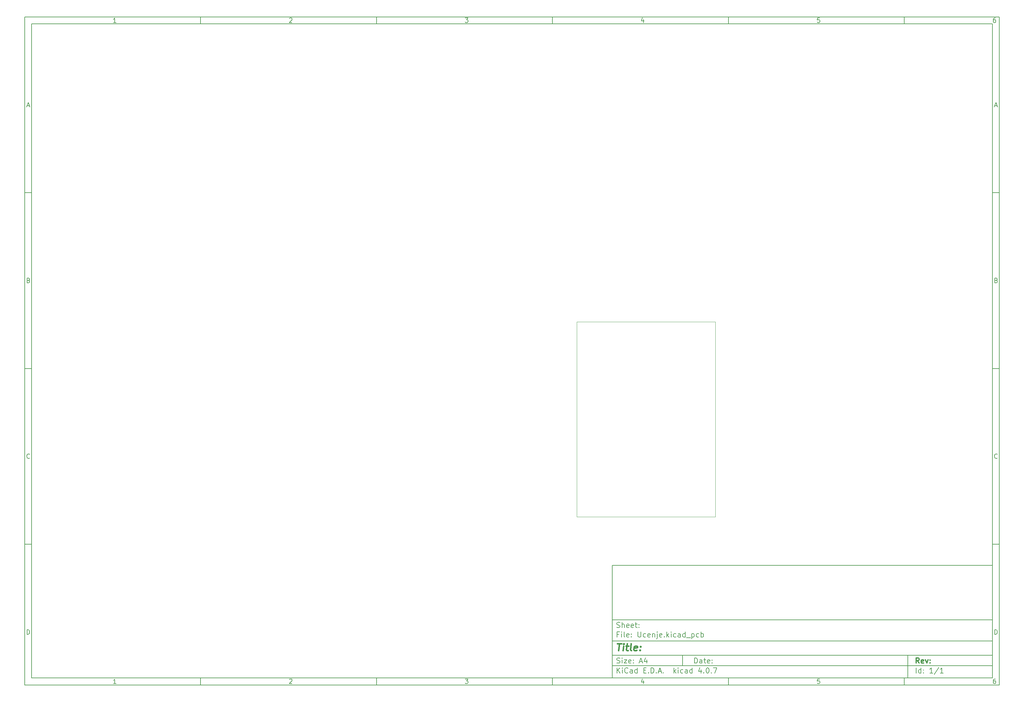
<source format=gm1>
G04 #@! TF.FileFunction,Profile,NP*
%FSLAX46Y46*%
G04 Gerber Fmt 4.6, Leading zero omitted, Abs format (unit mm)*
G04 Created by KiCad (PCBNEW 4.0.7) date 05/09/18 13:26:44*
%MOMM*%
%LPD*%
G01*
G04 APERTURE LIST*
%ADD10C,0.100000*%
%ADD11C,0.150000*%
%ADD12C,0.300000*%
%ADD13C,0.400000*%
G04 APERTURE END LIST*
D10*
D11*
X177002200Y-166007200D02*
X177002200Y-198007200D01*
X285002200Y-198007200D01*
X285002200Y-166007200D01*
X177002200Y-166007200D01*
D10*
D11*
X10000000Y-10000000D02*
X10000000Y-200007200D01*
X287002200Y-200007200D01*
X287002200Y-10000000D01*
X10000000Y-10000000D01*
D10*
D11*
X12000000Y-12000000D02*
X12000000Y-198007200D01*
X285002200Y-198007200D01*
X285002200Y-12000000D01*
X12000000Y-12000000D01*
D10*
D11*
X60000000Y-12000000D02*
X60000000Y-10000000D01*
D10*
D11*
X110000000Y-12000000D02*
X110000000Y-10000000D01*
D10*
D11*
X160000000Y-12000000D02*
X160000000Y-10000000D01*
D10*
D11*
X210000000Y-12000000D02*
X210000000Y-10000000D01*
D10*
D11*
X260000000Y-12000000D02*
X260000000Y-10000000D01*
D10*
D11*
X35990476Y-11588095D02*
X35247619Y-11588095D01*
X35619048Y-11588095D02*
X35619048Y-10288095D01*
X35495238Y-10473810D01*
X35371429Y-10597619D01*
X35247619Y-10659524D01*
D10*
D11*
X85247619Y-10411905D02*
X85309524Y-10350000D01*
X85433333Y-10288095D01*
X85742857Y-10288095D01*
X85866667Y-10350000D01*
X85928571Y-10411905D01*
X85990476Y-10535714D01*
X85990476Y-10659524D01*
X85928571Y-10845238D01*
X85185714Y-11588095D01*
X85990476Y-11588095D01*
D10*
D11*
X135185714Y-10288095D02*
X135990476Y-10288095D01*
X135557143Y-10783333D01*
X135742857Y-10783333D01*
X135866667Y-10845238D01*
X135928571Y-10907143D01*
X135990476Y-11030952D01*
X135990476Y-11340476D01*
X135928571Y-11464286D01*
X135866667Y-11526190D01*
X135742857Y-11588095D01*
X135371429Y-11588095D01*
X135247619Y-11526190D01*
X135185714Y-11464286D01*
D10*
D11*
X185866667Y-10721429D02*
X185866667Y-11588095D01*
X185557143Y-10226190D02*
X185247619Y-11154762D01*
X186052381Y-11154762D01*
D10*
D11*
X235928571Y-10288095D02*
X235309524Y-10288095D01*
X235247619Y-10907143D01*
X235309524Y-10845238D01*
X235433333Y-10783333D01*
X235742857Y-10783333D01*
X235866667Y-10845238D01*
X235928571Y-10907143D01*
X235990476Y-11030952D01*
X235990476Y-11340476D01*
X235928571Y-11464286D01*
X235866667Y-11526190D01*
X235742857Y-11588095D01*
X235433333Y-11588095D01*
X235309524Y-11526190D01*
X235247619Y-11464286D01*
D10*
D11*
X285866667Y-10288095D02*
X285619048Y-10288095D01*
X285495238Y-10350000D01*
X285433333Y-10411905D01*
X285309524Y-10597619D01*
X285247619Y-10845238D01*
X285247619Y-11340476D01*
X285309524Y-11464286D01*
X285371429Y-11526190D01*
X285495238Y-11588095D01*
X285742857Y-11588095D01*
X285866667Y-11526190D01*
X285928571Y-11464286D01*
X285990476Y-11340476D01*
X285990476Y-11030952D01*
X285928571Y-10907143D01*
X285866667Y-10845238D01*
X285742857Y-10783333D01*
X285495238Y-10783333D01*
X285371429Y-10845238D01*
X285309524Y-10907143D01*
X285247619Y-11030952D01*
D10*
D11*
X60000000Y-198007200D02*
X60000000Y-200007200D01*
D10*
D11*
X110000000Y-198007200D02*
X110000000Y-200007200D01*
D10*
D11*
X160000000Y-198007200D02*
X160000000Y-200007200D01*
D10*
D11*
X210000000Y-198007200D02*
X210000000Y-200007200D01*
D10*
D11*
X260000000Y-198007200D02*
X260000000Y-200007200D01*
D10*
D11*
X35990476Y-199595295D02*
X35247619Y-199595295D01*
X35619048Y-199595295D02*
X35619048Y-198295295D01*
X35495238Y-198481010D01*
X35371429Y-198604819D01*
X35247619Y-198666724D01*
D10*
D11*
X85247619Y-198419105D02*
X85309524Y-198357200D01*
X85433333Y-198295295D01*
X85742857Y-198295295D01*
X85866667Y-198357200D01*
X85928571Y-198419105D01*
X85990476Y-198542914D01*
X85990476Y-198666724D01*
X85928571Y-198852438D01*
X85185714Y-199595295D01*
X85990476Y-199595295D01*
D10*
D11*
X135185714Y-198295295D02*
X135990476Y-198295295D01*
X135557143Y-198790533D01*
X135742857Y-198790533D01*
X135866667Y-198852438D01*
X135928571Y-198914343D01*
X135990476Y-199038152D01*
X135990476Y-199347676D01*
X135928571Y-199471486D01*
X135866667Y-199533390D01*
X135742857Y-199595295D01*
X135371429Y-199595295D01*
X135247619Y-199533390D01*
X135185714Y-199471486D01*
D10*
D11*
X185866667Y-198728629D02*
X185866667Y-199595295D01*
X185557143Y-198233390D02*
X185247619Y-199161962D01*
X186052381Y-199161962D01*
D10*
D11*
X235928571Y-198295295D02*
X235309524Y-198295295D01*
X235247619Y-198914343D01*
X235309524Y-198852438D01*
X235433333Y-198790533D01*
X235742857Y-198790533D01*
X235866667Y-198852438D01*
X235928571Y-198914343D01*
X235990476Y-199038152D01*
X235990476Y-199347676D01*
X235928571Y-199471486D01*
X235866667Y-199533390D01*
X235742857Y-199595295D01*
X235433333Y-199595295D01*
X235309524Y-199533390D01*
X235247619Y-199471486D01*
D10*
D11*
X285866667Y-198295295D02*
X285619048Y-198295295D01*
X285495238Y-198357200D01*
X285433333Y-198419105D01*
X285309524Y-198604819D01*
X285247619Y-198852438D01*
X285247619Y-199347676D01*
X285309524Y-199471486D01*
X285371429Y-199533390D01*
X285495238Y-199595295D01*
X285742857Y-199595295D01*
X285866667Y-199533390D01*
X285928571Y-199471486D01*
X285990476Y-199347676D01*
X285990476Y-199038152D01*
X285928571Y-198914343D01*
X285866667Y-198852438D01*
X285742857Y-198790533D01*
X285495238Y-198790533D01*
X285371429Y-198852438D01*
X285309524Y-198914343D01*
X285247619Y-199038152D01*
D10*
D11*
X10000000Y-60000000D02*
X12000000Y-60000000D01*
D10*
D11*
X10000000Y-110000000D02*
X12000000Y-110000000D01*
D10*
D11*
X10000000Y-160000000D02*
X12000000Y-160000000D01*
D10*
D11*
X10690476Y-35216667D02*
X11309524Y-35216667D01*
X10566667Y-35588095D02*
X11000000Y-34288095D01*
X11433333Y-35588095D01*
D10*
D11*
X11092857Y-84907143D02*
X11278571Y-84969048D01*
X11340476Y-85030952D01*
X11402381Y-85154762D01*
X11402381Y-85340476D01*
X11340476Y-85464286D01*
X11278571Y-85526190D01*
X11154762Y-85588095D01*
X10659524Y-85588095D01*
X10659524Y-84288095D01*
X11092857Y-84288095D01*
X11216667Y-84350000D01*
X11278571Y-84411905D01*
X11340476Y-84535714D01*
X11340476Y-84659524D01*
X11278571Y-84783333D01*
X11216667Y-84845238D01*
X11092857Y-84907143D01*
X10659524Y-84907143D01*
D10*
D11*
X11402381Y-135464286D02*
X11340476Y-135526190D01*
X11154762Y-135588095D01*
X11030952Y-135588095D01*
X10845238Y-135526190D01*
X10721429Y-135402381D01*
X10659524Y-135278571D01*
X10597619Y-135030952D01*
X10597619Y-134845238D01*
X10659524Y-134597619D01*
X10721429Y-134473810D01*
X10845238Y-134350000D01*
X11030952Y-134288095D01*
X11154762Y-134288095D01*
X11340476Y-134350000D01*
X11402381Y-134411905D01*
D10*
D11*
X10659524Y-185588095D02*
X10659524Y-184288095D01*
X10969048Y-184288095D01*
X11154762Y-184350000D01*
X11278571Y-184473810D01*
X11340476Y-184597619D01*
X11402381Y-184845238D01*
X11402381Y-185030952D01*
X11340476Y-185278571D01*
X11278571Y-185402381D01*
X11154762Y-185526190D01*
X10969048Y-185588095D01*
X10659524Y-185588095D01*
D10*
D11*
X287002200Y-60000000D02*
X285002200Y-60000000D01*
D10*
D11*
X287002200Y-110000000D02*
X285002200Y-110000000D01*
D10*
D11*
X287002200Y-160000000D02*
X285002200Y-160000000D01*
D10*
D11*
X285692676Y-35216667D02*
X286311724Y-35216667D01*
X285568867Y-35588095D02*
X286002200Y-34288095D01*
X286435533Y-35588095D01*
D10*
D11*
X286095057Y-84907143D02*
X286280771Y-84969048D01*
X286342676Y-85030952D01*
X286404581Y-85154762D01*
X286404581Y-85340476D01*
X286342676Y-85464286D01*
X286280771Y-85526190D01*
X286156962Y-85588095D01*
X285661724Y-85588095D01*
X285661724Y-84288095D01*
X286095057Y-84288095D01*
X286218867Y-84350000D01*
X286280771Y-84411905D01*
X286342676Y-84535714D01*
X286342676Y-84659524D01*
X286280771Y-84783333D01*
X286218867Y-84845238D01*
X286095057Y-84907143D01*
X285661724Y-84907143D01*
D10*
D11*
X286404581Y-135464286D02*
X286342676Y-135526190D01*
X286156962Y-135588095D01*
X286033152Y-135588095D01*
X285847438Y-135526190D01*
X285723629Y-135402381D01*
X285661724Y-135278571D01*
X285599819Y-135030952D01*
X285599819Y-134845238D01*
X285661724Y-134597619D01*
X285723629Y-134473810D01*
X285847438Y-134350000D01*
X286033152Y-134288095D01*
X286156962Y-134288095D01*
X286342676Y-134350000D01*
X286404581Y-134411905D01*
D10*
D11*
X285661724Y-185588095D02*
X285661724Y-184288095D01*
X285971248Y-184288095D01*
X286156962Y-184350000D01*
X286280771Y-184473810D01*
X286342676Y-184597619D01*
X286404581Y-184845238D01*
X286404581Y-185030952D01*
X286342676Y-185278571D01*
X286280771Y-185402381D01*
X286156962Y-185526190D01*
X285971248Y-185588095D01*
X285661724Y-185588095D01*
D10*
D11*
X200359343Y-193785771D02*
X200359343Y-192285771D01*
X200716486Y-192285771D01*
X200930771Y-192357200D01*
X201073629Y-192500057D01*
X201145057Y-192642914D01*
X201216486Y-192928629D01*
X201216486Y-193142914D01*
X201145057Y-193428629D01*
X201073629Y-193571486D01*
X200930771Y-193714343D01*
X200716486Y-193785771D01*
X200359343Y-193785771D01*
X202502200Y-193785771D02*
X202502200Y-193000057D01*
X202430771Y-192857200D01*
X202287914Y-192785771D01*
X202002200Y-192785771D01*
X201859343Y-192857200D01*
X202502200Y-193714343D02*
X202359343Y-193785771D01*
X202002200Y-193785771D01*
X201859343Y-193714343D01*
X201787914Y-193571486D01*
X201787914Y-193428629D01*
X201859343Y-193285771D01*
X202002200Y-193214343D01*
X202359343Y-193214343D01*
X202502200Y-193142914D01*
X203002200Y-192785771D02*
X203573629Y-192785771D01*
X203216486Y-192285771D02*
X203216486Y-193571486D01*
X203287914Y-193714343D01*
X203430772Y-193785771D01*
X203573629Y-193785771D01*
X204645057Y-193714343D02*
X204502200Y-193785771D01*
X204216486Y-193785771D01*
X204073629Y-193714343D01*
X204002200Y-193571486D01*
X204002200Y-193000057D01*
X204073629Y-192857200D01*
X204216486Y-192785771D01*
X204502200Y-192785771D01*
X204645057Y-192857200D01*
X204716486Y-193000057D01*
X204716486Y-193142914D01*
X204002200Y-193285771D01*
X205359343Y-193642914D02*
X205430771Y-193714343D01*
X205359343Y-193785771D01*
X205287914Y-193714343D01*
X205359343Y-193642914D01*
X205359343Y-193785771D01*
X205359343Y-192857200D02*
X205430771Y-192928629D01*
X205359343Y-193000057D01*
X205287914Y-192928629D01*
X205359343Y-192857200D01*
X205359343Y-193000057D01*
D10*
D11*
X177002200Y-194507200D02*
X285002200Y-194507200D01*
D10*
D11*
X178359343Y-196585771D02*
X178359343Y-195085771D01*
X179216486Y-196585771D02*
X178573629Y-195728629D01*
X179216486Y-195085771D02*
X178359343Y-195942914D01*
X179859343Y-196585771D02*
X179859343Y-195585771D01*
X179859343Y-195085771D02*
X179787914Y-195157200D01*
X179859343Y-195228629D01*
X179930771Y-195157200D01*
X179859343Y-195085771D01*
X179859343Y-195228629D01*
X181430772Y-196442914D02*
X181359343Y-196514343D01*
X181145057Y-196585771D01*
X181002200Y-196585771D01*
X180787915Y-196514343D01*
X180645057Y-196371486D01*
X180573629Y-196228629D01*
X180502200Y-195942914D01*
X180502200Y-195728629D01*
X180573629Y-195442914D01*
X180645057Y-195300057D01*
X180787915Y-195157200D01*
X181002200Y-195085771D01*
X181145057Y-195085771D01*
X181359343Y-195157200D01*
X181430772Y-195228629D01*
X182716486Y-196585771D02*
X182716486Y-195800057D01*
X182645057Y-195657200D01*
X182502200Y-195585771D01*
X182216486Y-195585771D01*
X182073629Y-195657200D01*
X182716486Y-196514343D02*
X182573629Y-196585771D01*
X182216486Y-196585771D01*
X182073629Y-196514343D01*
X182002200Y-196371486D01*
X182002200Y-196228629D01*
X182073629Y-196085771D01*
X182216486Y-196014343D01*
X182573629Y-196014343D01*
X182716486Y-195942914D01*
X184073629Y-196585771D02*
X184073629Y-195085771D01*
X184073629Y-196514343D02*
X183930772Y-196585771D01*
X183645058Y-196585771D01*
X183502200Y-196514343D01*
X183430772Y-196442914D01*
X183359343Y-196300057D01*
X183359343Y-195871486D01*
X183430772Y-195728629D01*
X183502200Y-195657200D01*
X183645058Y-195585771D01*
X183930772Y-195585771D01*
X184073629Y-195657200D01*
X185930772Y-195800057D02*
X186430772Y-195800057D01*
X186645058Y-196585771D02*
X185930772Y-196585771D01*
X185930772Y-195085771D01*
X186645058Y-195085771D01*
X187287915Y-196442914D02*
X187359343Y-196514343D01*
X187287915Y-196585771D01*
X187216486Y-196514343D01*
X187287915Y-196442914D01*
X187287915Y-196585771D01*
X188002201Y-196585771D02*
X188002201Y-195085771D01*
X188359344Y-195085771D01*
X188573629Y-195157200D01*
X188716487Y-195300057D01*
X188787915Y-195442914D01*
X188859344Y-195728629D01*
X188859344Y-195942914D01*
X188787915Y-196228629D01*
X188716487Y-196371486D01*
X188573629Y-196514343D01*
X188359344Y-196585771D01*
X188002201Y-196585771D01*
X189502201Y-196442914D02*
X189573629Y-196514343D01*
X189502201Y-196585771D01*
X189430772Y-196514343D01*
X189502201Y-196442914D01*
X189502201Y-196585771D01*
X190145058Y-196157200D02*
X190859344Y-196157200D01*
X190002201Y-196585771D02*
X190502201Y-195085771D01*
X191002201Y-196585771D01*
X191502201Y-196442914D02*
X191573629Y-196514343D01*
X191502201Y-196585771D01*
X191430772Y-196514343D01*
X191502201Y-196442914D01*
X191502201Y-196585771D01*
X194502201Y-196585771D02*
X194502201Y-195085771D01*
X194645058Y-196014343D02*
X195073629Y-196585771D01*
X195073629Y-195585771D02*
X194502201Y-196157200D01*
X195716487Y-196585771D02*
X195716487Y-195585771D01*
X195716487Y-195085771D02*
X195645058Y-195157200D01*
X195716487Y-195228629D01*
X195787915Y-195157200D01*
X195716487Y-195085771D01*
X195716487Y-195228629D01*
X197073630Y-196514343D02*
X196930773Y-196585771D01*
X196645059Y-196585771D01*
X196502201Y-196514343D01*
X196430773Y-196442914D01*
X196359344Y-196300057D01*
X196359344Y-195871486D01*
X196430773Y-195728629D01*
X196502201Y-195657200D01*
X196645059Y-195585771D01*
X196930773Y-195585771D01*
X197073630Y-195657200D01*
X198359344Y-196585771D02*
X198359344Y-195800057D01*
X198287915Y-195657200D01*
X198145058Y-195585771D01*
X197859344Y-195585771D01*
X197716487Y-195657200D01*
X198359344Y-196514343D02*
X198216487Y-196585771D01*
X197859344Y-196585771D01*
X197716487Y-196514343D01*
X197645058Y-196371486D01*
X197645058Y-196228629D01*
X197716487Y-196085771D01*
X197859344Y-196014343D01*
X198216487Y-196014343D01*
X198359344Y-195942914D01*
X199716487Y-196585771D02*
X199716487Y-195085771D01*
X199716487Y-196514343D02*
X199573630Y-196585771D01*
X199287916Y-196585771D01*
X199145058Y-196514343D01*
X199073630Y-196442914D01*
X199002201Y-196300057D01*
X199002201Y-195871486D01*
X199073630Y-195728629D01*
X199145058Y-195657200D01*
X199287916Y-195585771D01*
X199573630Y-195585771D01*
X199716487Y-195657200D01*
X202216487Y-195585771D02*
X202216487Y-196585771D01*
X201859344Y-195014343D02*
X201502201Y-196085771D01*
X202430773Y-196085771D01*
X203002201Y-196442914D02*
X203073629Y-196514343D01*
X203002201Y-196585771D01*
X202930772Y-196514343D01*
X203002201Y-196442914D01*
X203002201Y-196585771D01*
X204002201Y-195085771D02*
X204145058Y-195085771D01*
X204287915Y-195157200D01*
X204359344Y-195228629D01*
X204430773Y-195371486D01*
X204502201Y-195657200D01*
X204502201Y-196014343D01*
X204430773Y-196300057D01*
X204359344Y-196442914D01*
X204287915Y-196514343D01*
X204145058Y-196585771D01*
X204002201Y-196585771D01*
X203859344Y-196514343D01*
X203787915Y-196442914D01*
X203716487Y-196300057D01*
X203645058Y-196014343D01*
X203645058Y-195657200D01*
X203716487Y-195371486D01*
X203787915Y-195228629D01*
X203859344Y-195157200D01*
X204002201Y-195085771D01*
X205145058Y-196442914D02*
X205216486Y-196514343D01*
X205145058Y-196585771D01*
X205073629Y-196514343D01*
X205145058Y-196442914D01*
X205145058Y-196585771D01*
X205716487Y-195085771D02*
X206716487Y-195085771D01*
X206073630Y-196585771D01*
D10*
D11*
X177002200Y-191507200D02*
X285002200Y-191507200D01*
D10*
D12*
X264216486Y-193785771D02*
X263716486Y-193071486D01*
X263359343Y-193785771D02*
X263359343Y-192285771D01*
X263930771Y-192285771D01*
X264073629Y-192357200D01*
X264145057Y-192428629D01*
X264216486Y-192571486D01*
X264216486Y-192785771D01*
X264145057Y-192928629D01*
X264073629Y-193000057D01*
X263930771Y-193071486D01*
X263359343Y-193071486D01*
X265430771Y-193714343D02*
X265287914Y-193785771D01*
X265002200Y-193785771D01*
X264859343Y-193714343D01*
X264787914Y-193571486D01*
X264787914Y-193000057D01*
X264859343Y-192857200D01*
X265002200Y-192785771D01*
X265287914Y-192785771D01*
X265430771Y-192857200D01*
X265502200Y-193000057D01*
X265502200Y-193142914D01*
X264787914Y-193285771D01*
X266002200Y-192785771D02*
X266359343Y-193785771D01*
X266716485Y-192785771D01*
X267287914Y-193642914D02*
X267359342Y-193714343D01*
X267287914Y-193785771D01*
X267216485Y-193714343D01*
X267287914Y-193642914D01*
X267287914Y-193785771D01*
X267287914Y-192857200D02*
X267359342Y-192928629D01*
X267287914Y-193000057D01*
X267216485Y-192928629D01*
X267287914Y-192857200D01*
X267287914Y-193000057D01*
D10*
D11*
X178287914Y-193714343D02*
X178502200Y-193785771D01*
X178859343Y-193785771D01*
X179002200Y-193714343D01*
X179073629Y-193642914D01*
X179145057Y-193500057D01*
X179145057Y-193357200D01*
X179073629Y-193214343D01*
X179002200Y-193142914D01*
X178859343Y-193071486D01*
X178573629Y-193000057D01*
X178430771Y-192928629D01*
X178359343Y-192857200D01*
X178287914Y-192714343D01*
X178287914Y-192571486D01*
X178359343Y-192428629D01*
X178430771Y-192357200D01*
X178573629Y-192285771D01*
X178930771Y-192285771D01*
X179145057Y-192357200D01*
X179787914Y-193785771D02*
X179787914Y-192785771D01*
X179787914Y-192285771D02*
X179716485Y-192357200D01*
X179787914Y-192428629D01*
X179859342Y-192357200D01*
X179787914Y-192285771D01*
X179787914Y-192428629D01*
X180359343Y-192785771D02*
X181145057Y-192785771D01*
X180359343Y-193785771D01*
X181145057Y-193785771D01*
X182287914Y-193714343D02*
X182145057Y-193785771D01*
X181859343Y-193785771D01*
X181716486Y-193714343D01*
X181645057Y-193571486D01*
X181645057Y-193000057D01*
X181716486Y-192857200D01*
X181859343Y-192785771D01*
X182145057Y-192785771D01*
X182287914Y-192857200D01*
X182359343Y-193000057D01*
X182359343Y-193142914D01*
X181645057Y-193285771D01*
X183002200Y-193642914D02*
X183073628Y-193714343D01*
X183002200Y-193785771D01*
X182930771Y-193714343D01*
X183002200Y-193642914D01*
X183002200Y-193785771D01*
X183002200Y-192857200D02*
X183073628Y-192928629D01*
X183002200Y-193000057D01*
X182930771Y-192928629D01*
X183002200Y-192857200D01*
X183002200Y-193000057D01*
X184787914Y-193357200D02*
X185502200Y-193357200D01*
X184645057Y-193785771D02*
X185145057Y-192285771D01*
X185645057Y-193785771D01*
X186787914Y-192785771D02*
X186787914Y-193785771D01*
X186430771Y-192214343D02*
X186073628Y-193285771D01*
X187002200Y-193285771D01*
D10*
D11*
X263359343Y-196585771D02*
X263359343Y-195085771D01*
X264716486Y-196585771D02*
X264716486Y-195085771D01*
X264716486Y-196514343D02*
X264573629Y-196585771D01*
X264287915Y-196585771D01*
X264145057Y-196514343D01*
X264073629Y-196442914D01*
X264002200Y-196300057D01*
X264002200Y-195871486D01*
X264073629Y-195728629D01*
X264145057Y-195657200D01*
X264287915Y-195585771D01*
X264573629Y-195585771D01*
X264716486Y-195657200D01*
X265430772Y-196442914D02*
X265502200Y-196514343D01*
X265430772Y-196585771D01*
X265359343Y-196514343D01*
X265430772Y-196442914D01*
X265430772Y-196585771D01*
X265430772Y-195657200D02*
X265502200Y-195728629D01*
X265430772Y-195800057D01*
X265359343Y-195728629D01*
X265430772Y-195657200D01*
X265430772Y-195800057D01*
X268073629Y-196585771D02*
X267216486Y-196585771D01*
X267645058Y-196585771D02*
X267645058Y-195085771D01*
X267502201Y-195300057D01*
X267359343Y-195442914D01*
X267216486Y-195514343D01*
X269787914Y-195014343D02*
X268502200Y-196942914D01*
X271073629Y-196585771D02*
X270216486Y-196585771D01*
X270645058Y-196585771D02*
X270645058Y-195085771D01*
X270502201Y-195300057D01*
X270359343Y-195442914D01*
X270216486Y-195514343D01*
D10*
D11*
X177002200Y-187507200D02*
X285002200Y-187507200D01*
D10*
D13*
X178454581Y-188211962D02*
X179597438Y-188211962D01*
X178776010Y-190211962D02*
X179026010Y-188211962D01*
X180014105Y-190211962D02*
X180180771Y-188878629D01*
X180264105Y-188211962D02*
X180156962Y-188307200D01*
X180240295Y-188402438D01*
X180347439Y-188307200D01*
X180264105Y-188211962D01*
X180240295Y-188402438D01*
X180847438Y-188878629D02*
X181609343Y-188878629D01*
X181216486Y-188211962D02*
X181002200Y-189926248D01*
X181073630Y-190116724D01*
X181252201Y-190211962D01*
X181442677Y-190211962D01*
X182395058Y-190211962D02*
X182216487Y-190116724D01*
X182145057Y-189926248D01*
X182359343Y-188211962D01*
X183930772Y-190116724D02*
X183728391Y-190211962D01*
X183347439Y-190211962D01*
X183168867Y-190116724D01*
X183097438Y-189926248D01*
X183192676Y-189164343D01*
X183311724Y-188973867D01*
X183514105Y-188878629D01*
X183895057Y-188878629D01*
X184073629Y-188973867D01*
X184145057Y-189164343D01*
X184121248Y-189354819D01*
X183145057Y-189545295D01*
X184895057Y-190021486D02*
X184978392Y-190116724D01*
X184871248Y-190211962D01*
X184787915Y-190116724D01*
X184895057Y-190021486D01*
X184871248Y-190211962D01*
X185026010Y-188973867D02*
X185109344Y-189069105D01*
X185002200Y-189164343D01*
X184918867Y-189069105D01*
X185026010Y-188973867D01*
X185002200Y-189164343D01*
D10*
D11*
X178859343Y-185600057D02*
X178359343Y-185600057D01*
X178359343Y-186385771D02*
X178359343Y-184885771D01*
X179073629Y-184885771D01*
X179645057Y-186385771D02*
X179645057Y-185385771D01*
X179645057Y-184885771D02*
X179573628Y-184957200D01*
X179645057Y-185028629D01*
X179716485Y-184957200D01*
X179645057Y-184885771D01*
X179645057Y-185028629D01*
X180573629Y-186385771D02*
X180430771Y-186314343D01*
X180359343Y-186171486D01*
X180359343Y-184885771D01*
X181716485Y-186314343D02*
X181573628Y-186385771D01*
X181287914Y-186385771D01*
X181145057Y-186314343D01*
X181073628Y-186171486D01*
X181073628Y-185600057D01*
X181145057Y-185457200D01*
X181287914Y-185385771D01*
X181573628Y-185385771D01*
X181716485Y-185457200D01*
X181787914Y-185600057D01*
X181787914Y-185742914D01*
X181073628Y-185885771D01*
X182430771Y-186242914D02*
X182502199Y-186314343D01*
X182430771Y-186385771D01*
X182359342Y-186314343D01*
X182430771Y-186242914D01*
X182430771Y-186385771D01*
X182430771Y-185457200D02*
X182502199Y-185528629D01*
X182430771Y-185600057D01*
X182359342Y-185528629D01*
X182430771Y-185457200D01*
X182430771Y-185600057D01*
X184287914Y-184885771D02*
X184287914Y-186100057D01*
X184359342Y-186242914D01*
X184430771Y-186314343D01*
X184573628Y-186385771D01*
X184859342Y-186385771D01*
X185002200Y-186314343D01*
X185073628Y-186242914D01*
X185145057Y-186100057D01*
X185145057Y-184885771D01*
X186502200Y-186314343D02*
X186359343Y-186385771D01*
X186073629Y-186385771D01*
X185930771Y-186314343D01*
X185859343Y-186242914D01*
X185787914Y-186100057D01*
X185787914Y-185671486D01*
X185859343Y-185528629D01*
X185930771Y-185457200D01*
X186073629Y-185385771D01*
X186359343Y-185385771D01*
X186502200Y-185457200D01*
X187716485Y-186314343D02*
X187573628Y-186385771D01*
X187287914Y-186385771D01*
X187145057Y-186314343D01*
X187073628Y-186171486D01*
X187073628Y-185600057D01*
X187145057Y-185457200D01*
X187287914Y-185385771D01*
X187573628Y-185385771D01*
X187716485Y-185457200D01*
X187787914Y-185600057D01*
X187787914Y-185742914D01*
X187073628Y-185885771D01*
X188430771Y-185385771D02*
X188430771Y-186385771D01*
X188430771Y-185528629D02*
X188502199Y-185457200D01*
X188645057Y-185385771D01*
X188859342Y-185385771D01*
X189002199Y-185457200D01*
X189073628Y-185600057D01*
X189073628Y-186385771D01*
X189787914Y-185385771D02*
X189787914Y-186671486D01*
X189716485Y-186814343D01*
X189573628Y-186885771D01*
X189502200Y-186885771D01*
X189787914Y-184885771D02*
X189716485Y-184957200D01*
X189787914Y-185028629D01*
X189859342Y-184957200D01*
X189787914Y-184885771D01*
X189787914Y-185028629D01*
X191073628Y-186314343D02*
X190930771Y-186385771D01*
X190645057Y-186385771D01*
X190502200Y-186314343D01*
X190430771Y-186171486D01*
X190430771Y-185600057D01*
X190502200Y-185457200D01*
X190645057Y-185385771D01*
X190930771Y-185385771D01*
X191073628Y-185457200D01*
X191145057Y-185600057D01*
X191145057Y-185742914D01*
X190430771Y-185885771D01*
X191787914Y-186242914D02*
X191859342Y-186314343D01*
X191787914Y-186385771D01*
X191716485Y-186314343D01*
X191787914Y-186242914D01*
X191787914Y-186385771D01*
X192502200Y-186385771D02*
X192502200Y-184885771D01*
X192645057Y-185814343D02*
X193073628Y-186385771D01*
X193073628Y-185385771D02*
X192502200Y-185957200D01*
X193716486Y-186385771D02*
X193716486Y-185385771D01*
X193716486Y-184885771D02*
X193645057Y-184957200D01*
X193716486Y-185028629D01*
X193787914Y-184957200D01*
X193716486Y-184885771D01*
X193716486Y-185028629D01*
X195073629Y-186314343D02*
X194930772Y-186385771D01*
X194645058Y-186385771D01*
X194502200Y-186314343D01*
X194430772Y-186242914D01*
X194359343Y-186100057D01*
X194359343Y-185671486D01*
X194430772Y-185528629D01*
X194502200Y-185457200D01*
X194645058Y-185385771D01*
X194930772Y-185385771D01*
X195073629Y-185457200D01*
X196359343Y-186385771D02*
X196359343Y-185600057D01*
X196287914Y-185457200D01*
X196145057Y-185385771D01*
X195859343Y-185385771D01*
X195716486Y-185457200D01*
X196359343Y-186314343D02*
X196216486Y-186385771D01*
X195859343Y-186385771D01*
X195716486Y-186314343D01*
X195645057Y-186171486D01*
X195645057Y-186028629D01*
X195716486Y-185885771D01*
X195859343Y-185814343D01*
X196216486Y-185814343D01*
X196359343Y-185742914D01*
X197716486Y-186385771D02*
X197716486Y-184885771D01*
X197716486Y-186314343D02*
X197573629Y-186385771D01*
X197287915Y-186385771D01*
X197145057Y-186314343D01*
X197073629Y-186242914D01*
X197002200Y-186100057D01*
X197002200Y-185671486D01*
X197073629Y-185528629D01*
X197145057Y-185457200D01*
X197287915Y-185385771D01*
X197573629Y-185385771D01*
X197716486Y-185457200D01*
X198073629Y-186528629D02*
X199216486Y-186528629D01*
X199573629Y-185385771D02*
X199573629Y-186885771D01*
X199573629Y-185457200D02*
X199716486Y-185385771D01*
X200002200Y-185385771D01*
X200145057Y-185457200D01*
X200216486Y-185528629D01*
X200287915Y-185671486D01*
X200287915Y-186100057D01*
X200216486Y-186242914D01*
X200145057Y-186314343D01*
X200002200Y-186385771D01*
X199716486Y-186385771D01*
X199573629Y-186314343D01*
X201573629Y-186314343D02*
X201430772Y-186385771D01*
X201145058Y-186385771D01*
X201002200Y-186314343D01*
X200930772Y-186242914D01*
X200859343Y-186100057D01*
X200859343Y-185671486D01*
X200930772Y-185528629D01*
X201002200Y-185457200D01*
X201145058Y-185385771D01*
X201430772Y-185385771D01*
X201573629Y-185457200D01*
X202216486Y-186385771D02*
X202216486Y-184885771D01*
X202216486Y-185457200D02*
X202359343Y-185385771D01*
X202645057Y-185385771D01*
X202787914Y-185457200D01*
X202859343Y-185528629D01*
X202930772Y-185671486D01*
X202930772Y-186100057D01*
X202859343Y-186242914D01*
X202787914Y-186314343D01*
X202645057Y-186385771D01*
X202359343Y-186385771D01*
X202216486Y-186314343D01*
D10*
D11*
X177002200Y-181507200D02*
X285002200Y-181507200D01*
D10*
D11*
X178287914Y-183614343D02*
X178502200Y-183685771D01*
X178859343Y-183685771D01*
X179002200Y-183614343D01*
X179073629Y-183542914D01*
X179145057Y-183400057D01*
X179145057Y-183257200D01*
X179073629Y-183114343D01*
X179002200Y-183042914D01*
X178859343Y-182971486D01*
X178573629Y-182900057D01*
X178430771Y-182828629D01*
X178359343Y-182757200D01*
X178287914Y-182614343D01*
X178287914Y-182471486D01*
X178359343Y-182328629D01*
X178430771Y-182257200D01*
X178573629Y-182185771D01*
X178930771Y-182185771D01*
X179145057Y-182257200D01*
X179787914Y-183685771D02*
X179787914Y-182185771D01*
X180430771Y-183685771D02*
X180430771Y-182900057D01*
X180359342Y-182757200D01*
X180216485Y-182685771D01*
X180002200Y-182685771D01*
X179859342Y-182757200D01*
X179787914Y-182828629D01*
X181716485Y-183614343D02*
X181573628Y-183685771D01*
X181287914Y-183685771D01*
X181145057Y-183614343D01*
X181073628Y-183471486D01*
X181073628Y-182900057D01*
X181145057Y-182757200D01*
X181287914Y-182685771D01*
X181573628Y-182685771D01*
X181716485Y-182757200D01*
X181787914Y-182900057D01*
X181787914Y-183042914D01*
X181073628Y-183185771D01*
X183002199Y-183614343D02*
X182859342Y-183685771D01*
X182573628Y-183685771D01*
X182430771Y-183614343D01*
X182359342Y-183471486D01*
X182359342Y-182900057D01*
X182430771Y-182757200D01*
X182573628Y-182685771D01*
X182859342Y-182685771D01*
X183002199Y-182757200D01*
X183073628Y-182900057D01*
X183073628Y-183042914D01*
X182359342Y-183185771D01*
X183502199Y-182685771D02*
X184073628Y-182685771D01*
X183716485Y-182185771D02*
X183716485Y-183471486D01*
X183787913Y-183614343D01*
X183930771Y-183685771D01*
X184073628Y-183685771D01*
X184573628Y-183542914D02*
X184645056Y-183614343D01*
X184573628Y-183685771D01*
X184502199Y-183614343D01*
X184573628Y-183542914D01*
X184573628Y-183685771D01*
X184573628Y-182757200D02*
X184645056Y-182828629D01*
X184573628Y-182900057D01*
X184502199Y-182828629D01*
X184573628Y-182757200D01*
X184573628Y-182900057D01*
D10*
D11*
X197002200Y-191507200D02*
X197002200Y-194507200D01*
D10*
D11*
X261002200Y-191507200D02*
X261002200Y-198007200D01*
D10*
X206250000Y-152200000D02*
X206250000Y-147650000D01*
X166950000Y-152200000D02*
X206250000Y-152200000D01*
X166950000Y-147800000D02*
X166950000Y-152200000D01*
X206250000Y-147850000D02*
X206250000Y-146950000D01*
X206250000Y-96700000D02*
X206250000Y-97150000D01*
X206250000Y-147800000D02*
X206250000Y-96700000D01*
X166950000Y-96700000D02*
X166950000Y-147800000D01*
X167000000Y-96700000D02*
X206200000Y-96700000D01*
M02*

</source>
